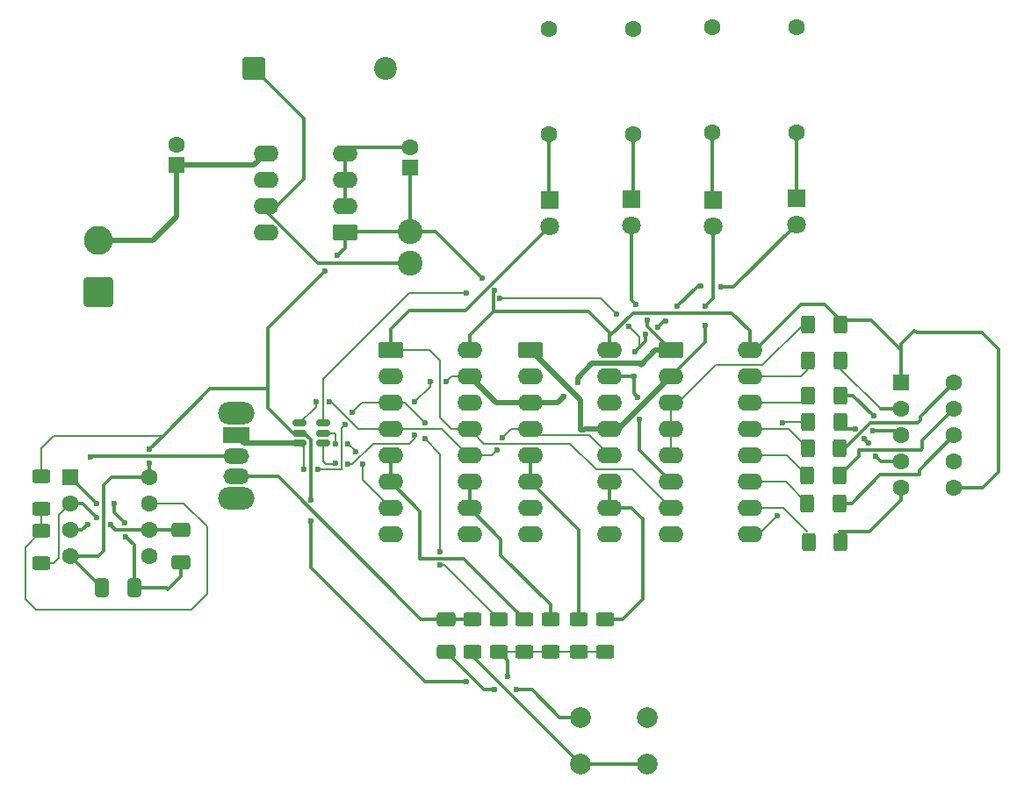
<source format=gbr>
%TF.GenerationSoftware,KiCad,Pcbnew,9.0.3*%
%TF.CreationDate,2025-12-16T11:33:00+01:00*%
%TF.ProjectId,Crnic_PTP_Project1,43726e69-635f-4505-9450-5f50726f6a65,rev?*%
%TF.SameCoordinates,Original*%
%TF.FileFunction,Copper,L1,Top*%
%TF.FilePolarity,Positive*%
%FSLAX46Y46*%
G04 Gerber Fmt 4.6, Leading zero omitted, Abs format (unit mm)*
G04 Created by KiCad (PCBNEW 9.0.3) date 2025-12-16 11:33:00*
%MOMM*%
%LPD*%
G01*
G04 APERTURE LIST*
G04 Aperture macros list*
%AMRoundRect*
0 Rectangle with rounded corners*
0 $1 Rounding radius*
0 $2 $3 $4 $5 $6 $7 $8 $9 X,Y pos of 4 corners*
0 Add a 4 corners polygon primitive as box body*
4,1,4,$2,$3,$4,$5,$6,$7,$8,$9,$2,$3,0*
0 Add four circle primitives for the rounded corners*
1,1,$1+$1,$2,$3*
1,1,$1+$1,$4,$5*
1,1,$1+$1,$6,$7*
1,1,$1+$1,$8,$9*
0 Add four rect primitives between the rounded corners*
20,1,$1+$1,$2,$3,$4,$5,0*
20,1,$1+$1,$4,$5,$6,$7,0*
20,1,$1+$1,$6,$7,$8,$9,0*
20,1,$1+$1,$8,$9,$2,$3,0*%
G04 Aperture macros list end*
%TA.AperFunction,SMDPad,CuDef*%
%ADD10RoundRect,0.250000X-0.625000X0.400000X-0.625000X-0.400000X0.625000X-0.400000X0.625000X0.400000X0*%
%TD*%
%TA.AperFunction,ComponentPad*%
%ADD11R,1.800000X1.800000*%
%TD*%
%TA.AperFunction,ComponentPad*%
%ADD12C,1.800000*%
%TD*%
%TA.AperFunction,SMDPad,CuDef*%
%ADD13RoundRect,0.250000X0.625000X-0.400000X0.625000X0.400000X-0.625000X0.400000X-0.625000X-0.400000X0*%
%TD*%
%TA.AperFunction,ComponentPad*%
%ADD14RoundRect,0.250000X-0.950000X-0.550000X0.950000X-0.550000X0.950000X0.550000X-0.950000X0.550000X0*%
%TD*%
%TA.AperFunction,ComponentPad*%
%ADD15O,2.400000X1.600000*%
%TD*%
%TA.AperFunction,ComponentPad*%
%ADD16RoundRect,0.250000X0.550000X-0.550000X0.550000X0.550000X-0.550000X0.550000X-0.550000X-0.550000X0*%
%TD*%
%TA.AperFunction,ComponentPad*%
%ADD17C,1.600000*%
%TD*%
%TA.AperFunction,SMDPad,CuDef*%
%ADD18RoundRect,0.250000X-0.412500X-0.650000X0.412500X-0.650000X0.412500X0.650000X-0.412500X0.650000X0*%
%TD*%
%TA.AperFunction,SMDPad,CuDef*%
%ADD19RoundRect,0.250000X-0.400000X-0.625000X0.400000X-0.625000X0.400000X0.625000X-0.400000X0.625000X0*%
%TD*%
%TA.AperFunction,ComponentPad*%
%ADD20O,3.500000X2.200000*%
%TD*%
%TA.AperFunction,ComponentPad*%
%ADD21R,2.500000X1.500000*%
%TD*%
%TA.AperFunction,ComponentPad*%
%ADD22O,2.500000X1.500000*%
%TD*%
%TA.AperFunction,ComponentPad*%
%ADD23C,2.400000*%
%TD*%
%TA.AperFunction,SMDPad,CuDef*%
%ADD24RoundRect,0.250000X-0.650000X0.412500X-0.650000X-0.412500X0.650000X-0.412500X0.650000X0.412500X0*%
%TD*%
%TA.AperFunction,ComponentPad*%
%ADD25RoundRect,0.250000X-0.550000X-0.550000X0.550000X-0.550000X0.550000X0.550000X-0.550000X0.550000X0*%
%TD*%
%TA.AperFunction,ComponentPad*%
%ADD26RoundRect,0.250000X0.950000X0.550000X-0.950000X0.550000X-0.950000X-0.550000X0.950000X-0.550000X0*%
%TD*%
%TA.AperFunction,ComponentPad*%
%ADD27C,2.000000*%
%TD*%
%TA.AperFunction,ComponentPad*%
%ADD28RoundRect,0.249999X-0.850001X-0.850001X0.850001X-0.850001X0.850001X0.850001X-0.850001X0.850001X0*%
%TD*%
%TA.AperFunction,ComponentPad*%
%ADD29C,2.200000*%
%TD*%
%TA.AperFunction,ComponentPad*%
%ADD30R,1.600000X1.600000*%
%TD*%
%TA.AperFunction,SMDPad,CuDef*%
%ADD31RoundRect,0.250000X0.650000X-0.412500X0.650000X0.412500X-0.650000X0.412500X-0.650000X-0.412500X0*%
%TD*%
%TA.AperFunction,SMDPad,CuDef*%
%ADD32RoundRect,0.150000X0.512500X0.150000X-0.512500X0.150000X-0.512500X-0.150000X0.512500X-0.150000X0*%
%TD*%
%TA.AperFunction,ComponentPad*%
%ADD33RoundRect,0.250001X1.149999X-1.149999X1.149999X1.149999X-1.149999X1.149999X-1.149999X-1.149999X0*%
%TD*%
%TA.AperFunction,ComponentPad*%
%ADD34C,2.800000*%
%TD*%
%TA.AperFunction,ViaPad*%
%ADD35C,0.600000*%
%TD*%
%TA.AperFunction,Conductor*%
%ADD36C,0.300000*%
%TD*%
%TA.AperFunction,Conductor*%
%ADD37C,0.200000*%
%TD*%
%TA.AperFunction,Conductor*%
%ADD38C,0.500000*%
%TD*%
G04 APERTURE END LIST*
D10*
%TO.P,R19,2*%
%TO.N,Net-(U5-DIS)*%
X104550000Y-105300000D03*
%TO.P,R19,1*%
%TO.N,+5V*%
X104550000Y-102200000D03*
%TD*%
D11*
%TO.P,D3,1,K*%
%TO.N,Net-(D3-K)*%
X169289087Y-75510000D03*
D12*
%TO.P,D3,2,A*%
%TO.N,Q2*%
X169289087Y-78050000D03*
%TD*%
D13*
%TO.P,R9,1*%
%TO.N,+5V*%
X151100000Y-119050000D03*
%TO.P,R9,2*%
%TO.N,Net-(U2A-J)*%
X151100000Y-115950000D03*
%TD*%
D14*
%TO.P,U4,1,B*%
%TO.N,Q1*%
X165205000Y-89985000D03*
D15*
%TO.P,U4,2,C*%
%TO.N,Q2*%
X165205000Y-92525000D03*
%TO.P,U4,3,LT*%
%TO.N,Net-(U4-BI)*%
X165205000Y-95065000D03*
%TO.P,U4,4,BI*%
X165205000Y-97605000D03*
%TO.P,U4,5,RBI*%
X165205000Y-100145000D03*
%TO.P,U4,6,D*%
%TO.N,Q3*%
X165205000Y-102685000D03*
%TO.P,U4,7,A*%
%TO.N,Q0*%
X165205000Y-105225000D03*
%TO.P,U4,8,GND*%
%TO.N,GND*%
X165205000Y-107765000D03*
%TO.P,U4,9,e*%
%TO.N,Net-(U4-e)*%
X172825000Y-107765000D03*
%TO.P,U4,10,d*%
%TO.N,Net-(U4-d)*%
X172825000Y-105225000D03*
%TO.P,U4,11,c*%
%TO.N,Net-(U4-c)*%
X172825000Y-102685000D03*
%TO.P,U4,12,b*%
%TO.N,Net-(U4-b)*%
X172825000Y-100145000D03*
%TO.P,U4,13,a*%
%TO.N,Net-(U4-a)*%
X172825000Y-97605000D03*
%TO.P,U4,14,g*%
%TO.N,Net-(U4-g)*%
X172825000Y-95065000D03*
%TO.P,U4,15,f*%
%TO.N,Net-(U4-f)*%
X172825000Y-92525000D03*
%TO.P,U4,16,VCC*%
%TO.N,+5V*%
X172825000Y-89985000D03*
%TD*%
D16*
%TO.P,C2,1*%
%TO.N,+5V*%
X140125000Y-72375000D03*
D17*
%TO.P,C2,2*%
%TO.N,GND*%
X140125000Y-70375000D03*
%TD*%
D18*
%TO.P,C4,1*%
%TO.N,+5V*%
X110360000Y-112930000D03*
%TO.P,C4,2*%
%TO.N,GND*%
X113485000Y-112930000D03*
%TD*%
D13*
%TO.P,R13,1*%
%TO.N,Net-(R13-Pad1)*%
X146075000Y-119075000D03*
%TO.P,R13,2*%
%TO.N,Net-(SW2-C)*%
X146075000Y-115975000D03*
%TD*%
D17*
%TO.P,R4,1*%
%TO.N,Net-(D5-K)*%
X177325000Y-68955000D03*
%TO.P,R4,2*%
%TO.N,GND*%
X177325000Y-58795000D03*
%TD*%
D19*
%TO.P,R8,1*%
%TO.N,Net-(U4-c)*%
X178379087Y-104779087D03*
%TO.P,R8,2*%
%TO.N,Net-(U7-C)*%
X181479087Y-104779087D03*
%TD*%
D11*
%TO.P,D5,1,K*%
%TO.N,Net-(D5-K)*%
X177339087Y-75300000D03*
D12*
%TO.P,D5,2,A*%
%TO.N,Q3*%
X177339087Y-77840000D03*
%TD*%
D17*
%TO.P,R3,1*%
%TO.N,Net-(D3-K)*%
X169200000Y-68955000D03*
%TO.P,R3,2*%
%TO.N,GND*%
X169200000Y-58795000D03*
%TD*%
D19*
%TO.P,R14,1*%
%TO.N,Net-(U4-d)*%
X178500000Y-108500000D03*
%TO.P,R14,2*%
%TO.N,Net-(U7-D)*%
X181600000Y-108500000D03*
%TD*%
%TO.P,R18,1*%
%TO.N,Net-(U4-g)*%
X178479087Y-94354087D03*
%TO.P,R18,2*%
%TO.N,Net-(U7-G)*%
X181579087Y-94354087D03*
%TD*%
D13*
%TO.P,R10,1*%
%TO.N,+5V*%
X153625000Y-119075000D03*
%TO.P,R10,2*%
%TO.N,Net-(U2B-J)*%
X153625000Y-115975000D03*
%TD*%
D19*
%TO.P,R16,1*%
%TO.N,Net-(U4-e)*%
X178479087Y-96879087D03*
%TO.P,R16,2*%
%TO.N,Net-(U7-E)*%
X181579087Y-96879087D03*
%TD*%
D14*
%TO.P,U2,1,Q*%
%TO.N,Q0*%
X138205000Y-89985000D03*
D15*
%TO.P,U2,2,~{Q}*%
%TO.N,unconnected-(U2A-~{Q}-Pad2)*%
X138205000Y-92525000D03*
%TO.P,U2,3,C*%
%TO.N,Clock*%
X138205000Y-95065000D03*
%TO.P,U2,4,S*%
%TO.N,Reset*%
X138205000Y-97605000D03*
%TO.P,U2,5,J*%
%TO.N,Net-(U2A-J)*%
X138205000Y-100145000D03*
%TO.P,U2,6,K*%
X138205000Y-102685000D03*
%TO.P,U2,7,R*%
%TO.N,GND*%
X138205000Y-105225000D03*
%TO.P,U2,8,VSS*%
X138205000Y-107765000D03*
%TO.P,U2,9,R*%
X145825000Y-107765000D03*
%TO.P,U2,10,K*%
%TO.N,Net-(U2B-J)*%
X145825000Y-105225000D03*
%TO.P,U2,11,J*%
X145825000Y-102685000D03*
%TO.P,U2,12,S*%
%TO.N,Reset*%
X145825000Y-100145000D03*
%TO.P,U2,13,C*%
%TO.N,Q0*%
X145825000Y-97605000D03*
%TO.P,U2,14,~{Q}*%
%TO.N,unconnected-(U2B-~{Q}-Pad14)*%
X145825000Y-95065000D03*
%TO.P,U2,15,Q*%
%TO.N,Q1*%
X145825000Y-92525000D03*
%TO.P,U2,16,VDD*%
%TO.N,+5V*%
X145825000Y-89985000D03*
%TD*%
D10*
%TO.P,R20,1*%
%TO.N,Net-(U5-DIS)*%
X104550000Y-107425000D03*
%TO.P,R20,2*%
%TO.N,Net-(U5-THR)*%
X104550000Y-110525000D03*
%TD*%
D20*
%TO.P,SW2,*%
%TO.N,*%
X123350000Y-96100000D03*
X123350000Y-104300000D03*
D21*
%TO.P,SW2,1,B*%
%TO.N,Clock*%
X123350000Y-98200000D03*
D22*
%TO.P,SW2,2,A*%
%TO.N,555*%
X123350000Y-100200000D03*
%TO.P,SW2,3,C*%
%TO.N,Net-(SW2-C)*%
X123350000Y-102200000D03*
%TD*%
D11*
%TO.P,D1,1,K*%
%TO.N,Net-(D1-K)*%
X153550000Y-75475000D03*
D12*
%TO.P,D1,2,A*%
%TO.N,Q0*%
X153550000Y-78015000D03*
%TD*%
D16*
%TO.P,C1,1*%
%TO.N,VD*%
X117575000Y-72125000D03*
D17*
%TO.P,C1,2*%
%TO.N,GND*%
X117575000Y-70125000D03*
%TD*%
D23*
%TO.P,L1,1,1*%
%TO.N,Net-(D4-K)*%
X140075000Y-81575000D03*
%TO.P,L1,2,2*%
%TO.N,+5V*%
X140075000Y-78575000D03*
%TD*%
D24*
%TO.P,C5,1*%
%TO.N,Net-(U5-THR)*%
X117960000Y-107342500D03*
%TO.P,C5,2*%
%TO.N,GND*%
X117960000Y-110467500D03*
%TD*%
D14*
%TO.P,U3,1,Q*%
%TO.N,Q2*%
X151705000Y-89985000D03*
D15*
%TO.P,U3,2,~{Q}*%
%TO.N,unconnected-(U3A-~{Q}-Pad2)*%
X151705000Y-92525000D03*
%TO.P,U3,3,C*%
%TO.N,Q1*%
X151705000Y-95065000D03*
%TO.P,U3,4,S*%
%TO.N,Reset*%
X151705000Y-97605000D03*
%TO.P,U3,5,J*%
%TO.N,Net-(U3A-J)*%
X151705000Y-100145000D03*
%TO.P,U3,6,K*%
X151705000Y-102685000D03*
%TO.P,U3,7,R*%
%TO.N,GND*%
X151705000Y-105225000D03*
%TO.P,U3,8,VSS*%
X151705000Y-107765000D03*
%TO.P,U3,9,R*%
X159325000Y-107765000D03*
%TO.P,U3,10,K*%
%TO.N,Net-(U3B-J)*%
X159325000Y-105225000D03*
%TO.P,U3,11,J*%
X159325000Y-102685000D03*
%TO.P,U3,12,S*%
%TO.N,Reset*%
X159325000Y-100145000D03*
%TO.P,U3,13,C*%
%TO.N,Q2*%
X159325000Y-97605000D03*
%TO.P,U3,14,~{Q}*%
%TO.N,unconnected-(U3B-~{Q}-Pad14)*%
X159325000Y-95065000D03*
%TO.P,U3,15,Q*%
%TO.N,Q3*%
X159325000Y-92525000D03*
%TO.P,U3,16,VDD*%
%TO.N,+5V*%
X159325000Y-89985000D03*
%TD*%
D25*
%TO.P,U5,1,GND*%
%TO.N,GND*%
X107355000Y-102245000D03*
D17*
%TO.P,U5,2,TR*%
%TO.N,Net-(U5-THR)*%
X107355000Y-104785000D03*
%TO.P,U5,3,Q*%
%TO.N,555*%
X107355000Y-107325000D03*
%TO.P,U5,4,R*%
%TO.N,+5V*%
X107355000Y-109865000D03*
%TO.P,U5,5,CV*%
%TO.N,unconnected-(U5-CV-Pad5)*%
X114975000Y-109865000D03*
%TO.P,U5,6,THR*%
%TO.N,Net-(U5-THR)*%
X114975000Y-107325000D03*
%TO.P,U5,7,DIS*%
%TO.N,Net-(U5-DIS)*%
X114975000Y-104785000D03*
%TO.P,U5,8,VCC*%
%TO.N,+5V*%
X114975000Y-102245000D03*
%TD*%
D26*
%TO.P,U1,1,FB*%
%TO.N,+5V*%
X133785000Y-78610000D03*
D15*
%TO.P,U1,2,SGND*%
%TO.N,GND*%
X133785000Y-76070000D03*
%TO.P,U1,3,~{ON}/OFF*%
X133785000Y-73530000D03*
%TO.P,U1,4,PGND*%
X133785000Y-70990000D03*
%TO.P,U1,5,VIN*%
%TO.N,VD*%
X126165000Y-70990000D03*
%TO.P,U1,6,NC*%
%TO.N,unconnected-(U1-NC-Pad6)*%
X126165000Y-73530000D03*
%TO.P,U1,7,OUT*%
%TO.N,Net-(D4-K)*%
X126165000Y-76070000D03*
%TO.P,U1,8,NC*%
%TO.N,unconnected-(U1-NC-Pad8)*%
X126165000Y-78610000D03*
%TD*%
D27*
%TO.P,SW1,1,1*%
%TO.N,GND*%
X156475000Y-125400000D03*
X162975000Y-125400000D03*
%TO.P,SW1,2,2*%
%TO.N,Net-(R13-Pad1)*%
X156475000Y-129900000D03*
X162975000Y-129900000D03*
%TD*%
D28*
%TO.P,D4,1,K*%
%TO.N,Net-(D4-K)*%
X124975000Y-62800000D03*
D29*
%TO.P,D4,2,A*%
%TO.N,GND*%
X137675000Y-62800000D03*
%TD*%
D13*
%TO.P,R7,1*%
%TO.N,+5V*%
X148600000Y-119075000D03*
%TO.P,R7,2*%
%TO.N,Clock*%
X148600000Y-115975000D03*
%TD*%
%TO.P,R11,1*%
%TO.N,+5V*%
X156325000Y-119050000D03*
%TO.P,R11,2*%
%TO.N,Net-(U3A-J)*%
X156325000Y-115950000D03*
%TD*%
D17*
%TO.P,R2,1*%
%TO.N,Net-(D2-K)*%
X161625000Y-69155000D03*
%TO.P,R2,2*%
%TO.N,GND*%
X161625000Y-58995000D03*
%TD*%
D30*
%TO.P,U7,1,CA*%
%TO.N,+5V*%
X187424087Y-93119087D03*
D17*
%TO.P,U7,2,F*%
%TO.N,Net-(U7-F)*%
X187424087Y-95659087D03*
%TO.P,U7,3,G*%
%TO.N,Net-(U7-G)*%
X187424087Y-98199087D03*
%TO.P,U7,4,E*%
%TO.N,Net-(U7-E)*%
X187424087Y-100739087D03*
%TO.P,U7,5,D*%
%TO.N,Net-(U7-D)*%
X187424087Y-103279087D03*
%TO.P,U7,6,CA*%
%TO.N,+5V*%
X192504087Y-103279087D03*
%TO.P,U7,7,DP*%
%TO.N,unconnected-(U7-DP-Pad7)*%
X192504087Y-100739087D03*
%TO.P,U7,8,C*%
%TO.N,Net-(U7-C)*%
X192504087Y-98199087D03*
%TO.P,U7,9,B*%
%TO.N,Net-(U7-B)*%
X192504087Y-95659087D03*
%TO.P,U7,10,A*%
%TO.N,Net-(U7-A)*%
X192504087Y-93119087D03*
%TD*%
D31*
%TO.P,C3,1*%
%TO.N,GND*%
X143525000Y-119087500D03*
%TO.P,C3,2*%
%TO.N,Net-(SW2-C)*%
X143525000Y-115962500D03*
%TD*%
D32*
%TO.P,U6,1,A*%
%TO.N,Q1*%
X131722500Y-98925000D03*
%TO.P,U6,2,GND*%
%TO.N,GND*%
X131722500Y-97975000D03*
%TO.P,U6,3,B*%
%TO.N,Q3*%
X131722500Y-97025000D03*
%TO.P,U6,4,Y*%
%TO.N,Reset*%
X129447500Y-97025000D03*
%TO.P,U6,5,VCC*%
%TO.N,+5V*%
X129447500Y-97975000D03*
%TO.P,U6,6,C*%
%TO.N,Clock*%
X129447500Y-98925000D03*
%TD*%
D17*
%TO.P,R1,1*%
%TO.N,Net-(D1-K)*%
X153500000Y-69160000D03*
%TO.P,R1,2*%
%TO.N,GND*%
X153500000Y-59000000D03*
%TD*%
D13*
%TO.P,R12,1*%
%TO.N,+5V*%
X158850000Y-119100000D03*
%TO.P,R12,2*%
%TO.N,Net-(U3B-J)*%
X158850000Y-116000000D03*
%TD*%
D33*
%TO.P,J1,1,Pin_1*%
%TO.N,GND*%
X110067500Y-84400000D03*
D34*
%TO.P,J1,2,Pin_2*%
%TO.N,VD*%
X110067500Y-79400000D03*
%TD*%
D19*
%TO.P,R6,1*%
%TO.N,Net-(U4-b)*%
X178379087Y-102079087D03*
%TO.P,R6,2*%
%TO.N,Net-(U7-B)*%
X181479087Y-102079087D03*
%TD*%
D11*
%TO.P,D2,1,K*%
%TO.N,Net-(D2-K)*%
X161439087Y-75385000D03*
D12*
%TO.P,D2,2,A*%
%TO.N,Q1*%
X161439087Y-77925000D03*
%TD*%
D19*
%TO.P,R17,1*%
%TO.N,Net-(U4-f)*%
X178479087Y-91000000D03*
%TO.P,R17,2*%
%TO.N,Net-(U7-F)*%
X181579087Y-91000000D03*
%TD*%
%TO.P,R15,1*%
%TO.N,Net-(U4-BI)*%
X178454087Y-87500000D03*
%TO.P,R15,2*%
%TO.N,+5V*%
X181554087Y-87500000D03*
%TD*%
%TO.P,R5,1*%
%TO.N,Net-(U4-a)*%
X178429087Y-99454087D03*
%TO.P,R5,2*%
%TO.N,Net-(U7-A)*%
X181529087Y-99454087D03*
%TD*%
D35*
%TO.N,GND*%
X132900000Y-99000000D03*
X134100000Y-99000000D03*
X134825735Y-99825735D03*
X135500000Y-101000000D03*
%TO.N,Q1*%
X143600000Y-93000000D03*
X140500000Y-95000000D03*
X142000000Y-93000000D03*
X140500000Y-98205000D03*
X134100000Y-101000000D03*
X132900000Y-100900000D03*
%TO.N,Clock*%
X131184620Y-101500000D03*
X134500000Y-96000000D03*
X129884620Y-101500000D03*
X133825735Y-97174265D03*
%TO.N,+5V*%
X149500000Y-121500000D03*
X130500000Y-106500000D03*
X145500000Y-122000000D03*
X130534620Y-104465380D03*
%TO.N,Reset*%
X132322500Y-95000000D03*
X131000000Y-95000000D03*
%TO.N,Q3*%
X161184620Y-87684620D03*
X160000000Y-86500000D03*
X148750000Y-85000000D03*
X145500000Y-84500000D03*
%TO.N,Clock*%
X143000000Y-110750000D03*
X143000000Y-109450000D03*
X141500000Y-98500000D03*
X141500000Y-97000000D03*
%TO.N,Reset*%
X149000000Y-98400000D03*
X148500000Y-99600000D03*
%TO.N,Q3*%
X162145331Y-96645331D03*
X162000000Y-94500000D03*
%TO.N,Net-(U4-e)*%
X176000000Y-97000000D03*
X175500000Y-106000000D03*
%TO.N,+5V*%
X148242120Y-84242120D03*
X147000000Y-83000000D03*
%TO.N,Q1*%
X161875000Y-85550000D03*
X156225000Y-93125000D03*
X162925000Y-87050000D03*
X154875000Y-94475000D03*
%TO.N,Q2*%
X168525000Y-87575000D03*
X168525000Y-85725000D03*
%TO.N,Q3*%
X165850000Y-85725000D03*
X168150000Y-83750000D03*
X161725000Y-90125000D03*
X161650000Y-92525000D03*
X162737880Y-88437120D03*
X170025000Y-83900000D03*
X163975000Y-87800000D03*
X164725000Y-87200000D03*
%TO.N,GND*%
X111550000Y-104750000D03*
X112675000Y-107975000D03*
X148225000Y-122725000D03*
X109900000Y-104750000D03*
X112600000Y-106675000D03*
X150325000Y-122725000D03*
%TO.N,+5V*%
X114975000Y-99550000D03*
X114975000Y-100850000D03*
X131875000Y-82375000D03*
X133075000Y-80825000D03*
%TO.N,Net-(U5-THR)*%
X109900000Y-106150000D03*
X111200000Y-106850000D03*
%TO.N,555*%
X108975000Y-106800000D03*
X109250000Y-100325000D03*
%TO.N,Net-(U7-G)*%
X184751605Y-96350000D03*
X184725000Y-97725000D03*
%TO.N,Net-(U7-E)*%
X184300000Y-98938087D03*
X183834620Y-98534620D03*
X182977880Y-97552880D03*
X184975000Y-100238087D03*
%TD*%
D36*
%TO.N,+5V*%
X177800000Y-85550000D02*
X173365000Y-89985000D01*
X180050000Y-85550000D02*
X177800000Y-85550000D01*
X184514087Y-87054087D02*
X181554087Y-87054087D01*
X181554087Y-87054087D02*
X180050000Y-85550000D01*
X173365000Y-89985000D02*
X172825000Y-89985000D01*
X187424087Y-89964087D02*
X184514087Y-87054087D01*
X187424087Y-93119087D02*
X187424087Y-89964087D01*
D37*
%TO.N,Net-(U7-F)*%
X181579087Y-91804087D02*
X185434087Y-95659087D01*
X181579087Y-91000000D02*
X181579087Y-91804087D01*
%TO.N,Net-(U4-BI)*%
X169576000Y-91424000D02*
X165935000Y-95065000D01*
X165935000Y-95065000D02*
X165205000Y-95065000D01*
X174076000Y-91424000D02*
X169576000Y-91424000D01*
X178000000Y-87500000D02*
X174076000Y-91424000D01*
X178454087Y-87500000D02*
X178000000Y-87500000D01*
X165205000Y-95065000D02*
X165205000Y-97605000D01*
X165205000Y-100145000D02*
X165205000Y-97605000D01*
%TO.N,+5V*%
X105737500Y-98262500D02*
X116262500Y-98262500D01*
X104550000Y-99450000D02*
X105737500Y-98262500D01*
X104550000Y-102200000D02*
X104550000Y-99450000D01*
D36*
X114975000Y-99550000D02*
X116262500Y-98262500D01*
D37*
%TO.N,Net-(U5-DIS)*%
X103000000Y-108975000D02*
X104550000Y-107425000D01*
X103000000Y-114000000D02*
X103000000Y-108975000D01*
X104000000Y-115000000D02*
X103000000Y-114000000D01*
X119000000Y-115000000D02*
X104000000Y-115000000D01*
X120500000Y-113500000D02*
X119000000Y-115000000D01*
X118285000Y-104785000D02*
X120500000Y-107000000D01*
X114975000Y-104785000D02*
X118285000Y-104785000D01*
X120500000Y-107000000D02*
X120500000Y-113500000D01*
X104550000Y-107425000D02*
X104550000Y-105300000D01*
%TO.N,Net-(U5-THR)*%
X106254000Y-105886000D02*
X107355000Y-104785000D01*
X105729000Y-110525000D02*
X106254000Y-110000000D01*
X106254000Y-110000000D02*
X106254000Y-105886000D01*
X104550000Y-110525000D02*
X105729000Y-110525000D01*
D36*
X107355000Y-104785000D02*
X107215000Y-104785000D01*
D37*
%TO.N,GND*%
X132900000Y-98100000D02*
X132775000Y-97975000D01*
X132900000Y-99000000D02*
X132900000Y-98100000D01*
X134825735Y-99725735D02*
X134100000Y-99000000D01*
X134825735Y-99825735D02*
X134825735Y-99725735D01*
X132775000Y-97975000D02*
X131722500Y-97975000D01*
X135500000Y-102520000D02*
X135500000Y-101000000D01*
X138205000Y-105225000D02*
X135500000Y-102520000D01*
%TO.N,+5V*%
X148625000Y-119050000D02*
X148600000Y-119075000D01*
X151100000Y-119050000D02*
X148625000Y-119050000D01*
X153600000Y-119050000D02*
X153625000Y-119075000D01*
X151100000Y-119050000D02*
X153600000Y-119050000D01*
X156300000Y-119075000D02*
X156325000Y-119050000D01*
X153625000Y-119075000D02*
X156300000Y-119075000D01*
X156375000Y-119100000D02*
X156325000Y-119050000D01*
X158850000Y-119100000D02*
X156375000Y-119100000D01*
%TO.N,Q1*%
X144075000Y-92525000D02*
X145825000Y-92525000D01*
X143600000Y-93000000D02*
X144075000Y-92525000D01*
X142000000Y-93500000D02*
X142000000Y-93000000D01*
X140500000Y-95000000D02*
X142000000Y-93500000D01*
X140500000Y-98500000D02*
X140500000Y-98205000D01*
X140000000Y-99000000D02*
X140500000Y-98500000D01*
X134500000Y-101000000D02*
X136500000Y-99000000D01*
X134100000Y-101000000D02*
X134500000Y-101000000D01*
X136500000Y-99000000D02*
X140000000Y-99000000D01*
X132800000Y-101000000D02*
X132900000Y-100900000D01*
X132000000Y-101000000D02*
X132800000Y-101000000D01*
X131722500Y-100722500D02*
X132000000Y-101000000D01*
X131722500Y-98925000D02*
X131722500Y-100722500D01*
%TO.N,Clock*%
X129884620Y-99362120D02*
X129447500Y-98925000D01*
X129884620Y-101500000D02*
X129884620Y-99362120D01*
X133500000Y-101500000D02*
X131184620Y-101500000D01*
X133500000Y-97500000D02*
X133500000Y-101500000D01*
X133825735Y-97174265D02*
X133500000Y-97500000D01*
X135435000Y-95065000D02*
X134500000Y-96000000D01*
X138205000Y-95065000D02*
X135435000Y-95065000D01*
D36*
%TO.N,+5V*%
X149500000Y-119975000D02*
X148600000Y-119075000D01*
X141500000Y-122000000D02*
X145500000Y-122000000D01*
X130500000Y-111000000D02*
X141500000Y-122000000D01*
X130500000Y-106500000D02*
X130500000Y-111000000D01*
X149500000Y-121500000D02*
X149500000Y-119975000D01*
X130534620Y-98636942D02*
X130534620Y-104465380D01*
X129872678Y-97975000D02*
X130534620Y-98636942D01*
X129447500Y-97975000D02*
X129872678Y-97975000D01*
D37*
%TO.N,Reset*%
X135105000Y-97605000D02*
X138205000Y-97605000D01*
X132500000Y-95000000D02*
X135105000Y-97605000D01*
X132322500Y-95000000D02*
X132500000Y-95000000D01*
X131000000Y-95472500D02*
X131000000Y-95000000D01*
X129447500Y-97025000D02*
X131000000Y-95472500D01*
%TO.N,Q3*%
X161184620Y-87684620D02*
X162175000Y-88675000D01*
D36*
X162175000Y-89675000D02*
X161725000Y-90125000D01*
D37*
X158500000Y-85000000D02*
X160000000Y-86500000D01*
X148750000Y-85000000D02*
X158500000Y-85000000D01*
X162175000Y-88675000D02*
X162175000Y-89675000D01*
X140000000Y-84500000D02*
X145500000Y-84500000D01*
X139500000Y-85000000D02*
X140000000Y-84500000D01*
X131722500Y-92777500D02*
X139500000Y-85000000D01*
X131722500Y-97025000D02*
X131722500Y-92777500D01*
%TO.N,Clock*%
X143375000Y-110750000D02*
X148600000Y-115975000D01*
X143000000Y-110750000D02*
X143375000Y-110750000D01*
X141500000Y-98500000D02*
X143000000Y-100000000D01*
X139565000Y-95065000D02*
X141500000Y-97000000D01*
X143000000Y-100000000D02*
X143000000Y-109450000D01*
X138205000Y-95065000D02*
X139565000Y-95065000D01*
%TO.N,Q0*%
X141985000Y-89985000D02*
X138205000Y-89985000D01*
X144105000Y-97605000D02*
X143000000Y-96500000D01*
X143000000Y-91000000D02*
X141985000Y-89985000D01*
X143000000Y-96500000D02*
X143000000Y-91000000D01*
X145825000Y-97605000D02*
X144105000Y-97605000D01*
%TO.N,Reset*%
X143105000Y-97605000D02*
X138205000Y-97605000D01*
X145645000Y-100145000D02*
X143105000Y-97605000D01*
X145825000Y-100145000D02*
X145645000Y-100145000D01*
X149795000Y-97605000D02*
X151705000Y-97605000D01*
X149000000Y-98400000D02*
X149795000Y-97605000D01*
X147955000Y-100145000D02*
X148500000Y-99600000D01*
X145825000Y-100145000D02*
X147955000Y-100145000D01*
X157381000Y-98201000D02*
X159325000Y-100145000D01*
X152301000Y-98201000D02*
X157381000Y-98201000D01*
X151705000Y-97605000D02*
X152301000Y-98201000D01*
%TO.N,Q0*%
X147220000Y-99000000D02*
X145825000Y-97605000D01*
X165205000Y-105205000D02*
X161500000Y-101500000D01*
X158000000Y-101500000D02*
X155500000Y-99000000D01*
X161500000Y-101500000D02*
X158000000Y-101500000D01*
X165205000Y-105225000D02*
X165205000Y-105205000D01*
X155500000Y-99000000D02*
X147220000Y-99000000D01*
D36*
%TO.N,Q3*%
X162145331Y-99625331D02*
X165205000Y-102685000D01*
X162145331Y-96645331D02*
X162145331Y-99625331D01*
X161650000Y-94150000D02*
X162000000Y-94500000D01*
X161650000Y-92525000D02*
X161650000Y-94150000D01*
D38*
%TO.N,Q2*%
X160125000Y-97605000D02*
X165205000Y-92525000D01*
X159325000Y-97605000D02*
X160125000Y-97605000D01*
D37*
%TO.N,Net-(U4-f)*%
X172825000Y-92525000D02*
X177758174Y-92525000D01*
X177758174Y-92525000D02*
X178479087Y-91804087D01*
%TO.N,Net-(U4-e)*%
X176120913Y-96879087D02*
X178479087Y-96879087D01*
X176000000Y-97000000D02*
X176120913Y-96879087D01*
X173735000Y-107765000D02*
X175500000Y-106000000D01*
X172825000Y-107765000D02*
X173735000Y-107765000D01*
%TO.N,Net-(U4-d)*%
X176075000Y-105225000D02*
X178379087Y-107529087D01*
X172825000Y-105225000D02*
X176075000Y-105225000D01*
%TO.N,Net-(U4-c)*%
X176285000Y-102685000D02*
X178379087Y-104779087D01*
X172825000Y-102685000D02*
X176285000Y-102685000D01*
%TO.N,Net-(U4-b)*%
X176445000Y-100145000D02*
X178379087Y-102079087D01*
X172825000Y-100145000D02*
X176445000Y-100145000D01*
%TO.N,Net-(U4-a)*%
X172825000Y-97605000D02*
X176580000Y-97605000D01*
X176580000Y-97605000D02*
X178429087Y-99454087D01*
%TO.N,Net-(U4-g)*%
X177768174Y-95065000D02*
X178479087Y-94354087D01*
X172825000Y-95065000D02*
X177768174Y-95065000D01*
D36*
%TO.N,+5V*%
X148100000Y-84384240D02*
X148100000Y-86225000D01*
X148242120Y-84242120D02*
X148100000Y-84384240D01*
X142575000Y-78575000D02*
X147000000Y-83000000D01*
X140075000Y-78575000D02*
X142575000Y-78575000D01*
%TO.N,Q1*%
X161439087Y-85114087D02*
X161875000Y-85550000D01*
D38*
X156225000Y-92675000D02*
X157625000Y-91275000D01*
D36*
X162925000Y-87705000D02*
X165205000Y-89985000D01*
D38*
X151705000Y-95065000D02*
X154285000Y-95065000D01*
D36*
X162925000Y-87050000D02*
X162925000Y-87705000D01*
D38*
X156225000Y-93125000D02*
X156225000Y-92675000D01*
X162250000Y-91275000D02*
X162350000Y-91375000D01*
X162350000Y-91375000D02*
X163740000Y-89985000D01*
X149850000Y-95050000D02*
X149865000Y-95065000D01*
X149865000Y-95065000D02*
X151705000Y-95065000D01*
D36*
X161439087Y-77925000D02*
X161439087Y-85114087D01*
D38*
X163740000Y-89985000D02*
X165205000Y-89985000D01*
X154285000Y-95065000D02*
X154875000Y-94475000D01*
X145825000Y-92525000D02*
X148350000Y-95050000D01*
X148350000Y-95050000D02*
X149850000Y-95050000D01*
X157625000Y-91275000D02*
X162250000Y-91275000D01*
%TO.N,Q2*%
X156550000Y-97650000D02*
X156850000Y-97650000D01*
D36*
X168525000Y-87575000D02*
X168525000Y-89205000D01*
X169289087Y-78050000D02*
X169289087Y-84960913D01*
D38*
X156895000Y-97605000D02*
X159325000Y-97605000D01*
D36*
X168525000Y-89205000D02*
X165205000Y-92525000D01*
D38*
X151705000Y-89985000D02*
X156550000Y-94830000D01*
X156850000Y-97650000D02*
X156895000Y-97605000D01*
X156550000Y-94830000D02*
X156550000Y-97650000D01*
D36*
X169289087Y-84960913D02*
X168525000Y-85725000D01*
%TO.N,Q3*%
X162737880Y-89112120D02*
X162175000Y-89675000D01*
X164575000Y-87200000D02*
X163975000Y-87800000D01*
X167825000Y-83750000D02*
X165850000Y-85725000D01*
X162737880Y-88437120D02*
X162737880Y-89112120D01*
X168150000Y-83750000D02*
X167825000Y-83750000D01*
X161650000Y-92525000D02*
X159325000Y-92525000D01*
X171279087Y-83900000D02*
X170025000Y-83900000D01*
X164725000Y-87200000D02*
X164575000Y-87200000D01*
X177339087Y-77840000D02*
X171279087Y-83900000D01*
%TO.N,Q0*%
X145415000Y-86150000D02*
X140025000Y-86150000D01*
X140025000Y-86150000D02*
X138205000Y-87970000D01*
X153550000Y-78015000D02*
X145415000Y-86150000D01*
X138205000Y-87970000D02*
X138205000Y-89985000D01*
%TO.N,GND*%
X116630000Y-112930000D02*
X113485000Y-112930000D01*
X117960000Y-111840000D02*
X116750000Y-113050000D01*
X156475000Y-125400000D02*
X154500000Y-125400000D01*
X134400000Y-70375000D02*
X133785000Y-70990000D01*
X117960000Y-110467500D02*
X117960000Y-111840000D01*
X116750000Y-113050000D02*
X116630000Y-112930000D01*
X147162500Y-122725000D02*
X143525000Y-119087500D01*
X140125000Y-70375000D02*
X134400000Y-70375000D01*
X151825000Y-122725000D02*
X150325000Y-122725000D01*
X107355000Y-102245000D02*
X109860000Y-104750000D01*
X148225000Y-122725000D02*
X147162500Y-122725000D01*
X133785000Y-73530000D02*
X133785000Y-70990000D01*
X112675000Y-107975000D02*
X113485000Y-108785000D01*
X111550000Y-104750000D02*
X111550000Y-105625000D01*
X113485000Y-108785000D02*
X113485000Y-112930000D01*
X133785000Y-76070000D02*
X133785000Y-73530000D01*
X111550000Y-105625000D02*
X112600000Y-106675000D01*
X153505000Y-58995000D02*
X153500000Y-59000000D01*
X109860000Y-104750000D02*
X109900000Y-104750000D01*
X161825000Y-58795000D02*
X161625000Y-58995000D01*
X154500000Y-125400000D02*
X151825000Y-122725000D01*
%TO.N,+5V*%
X171075000Y-86375000D02*
X172825000Y-88125000D01*
X128785001Y-97975000D02*
X129447500Y-97975000D01*
X140125000Y-78525000D02*
X140075000Y-78575000D01*
X196800000Y-89875000D02*
X195225000Y-88300000D01*
X110575000Y-109350000D02*
X110550000Y-109325000D01*
X107245000Y-109975000D02*
X107355000Y-109865000D01*
X126375000Y-87875000D02*
X126375000Y-93725000D01*
X195225000Y-88300000D02*
X188950000Y-88300000D01*
X110360000Y-112930000D02*
X110360000Y-112870000D01*
X161575000Y-86375000D02*
X171075000Y-86375000D01*
X187424087Y-89375913D02*
X187424087Y-93119087D01*
X196800000Y-101775000D02*
X196800000Y-89875000D01*
X126375000Y-95564999D02*
X128785001Y-97975000D01*
X159325000Y-88250000D02*
X159325000Y-89985000D01*
X188950000Y-88300000D02*
X188725000Y-88075000D01*
X111280000Y-102245000D02*
X114975000Y-102245000D01*
X140125000Y-72375000D02*
X140125000Y-78525000D01*
X133785000Y-80115000D02*
X133075000Y-80825000D01*
X120800000Y-93725000D02*
X126375000Y-93725000D01*
X145825000Y-89985000D02*
X145825000Y-88500000D01*
X131875000Y-82375000D02*
X126375000Y-87875000D01*
X145825000Y-88500000D02*
X148100000Y-86225000D01*
X133820000Y-78575000D02*
X133785000Y-78610000D01*
X195295913Y-103279087D02*
X196800000Y-101775000D01*
X110550000Y-102975000D02*
X111280000Y-102245000D01*
X148100000Y-86225000D02*
X157300000Y-86225000D01*
X133785000Y-78610000D02*
X133785000Y-80115000D01*
X110550000Y-109325000D02*
X110550000Y-102975000D01*
X140075000Y-78575000D02*
X133820000Y-78575000D01*
X107355000Y-109865000D02*
X110060000Y-109865000D01*
X172825000Y-88125000D02*
X172825000Y-89985000D01*
X159325000Y-89985000D02*
X159325000Y-88625000D01*
X126375000Y-93725000D02*
X126375000Y-95564999D01*
X188725000Y-88075000D02*
X187424087Y-89375913D01*
X159325000Y-88625000D02*
X161575000Y-86375000D01*
X110360000Y-112870000D02*
X107355000Y-109865000D01*
X192504087Y-103279087D02*
X195295913Y-103279087D01*
X116262500Y-98262500D02*
X120800000Y-93725000D01*
X114975000Y-102245000D02*
X114975000Y-100850000D01*
X110060000Y-109865000D02*
X110575000Y-109350000D01*
X157300000Y-86225000D02*
X159325000Y-88250000D01*
%TO.N,Net-(U5-THR)*%
X109900000Y-106150000D02*
X108535000Y-104785000D01*
X114975000Y-107325000D02*
X111675000Y-107325000D01*
X111675000Y-107325000D02*
X111200000Y-106850000D01*
X114992500Y-107342500D02*
X114975000Y-107325000D01*
X108535000Y-104785000D02*
X107355000Y-104785000D01*
X117960000Y-107342500D02*
X114992500Y-107342500D01*
%TO.N,Net-(U7-F)*%
X185434087Y-95659087D02*
X187424087Y-95659087D01*
D38*
%TO.N,VD*%
X117575000Y-72125000D02*
X125030000Y-72125000D01*
X110067500Y-79400000D02*
X110075000Y-79400000D01*
X115250000Y-79425000D02*
X117575000Y-77100000D01*
X117575000Y-77100000D02*
X117575000Y-72125000D01*
X110100000Y-79425000D02*
X115250000Y-79425000D01*
X125030000Y-72125000D02*
X126165000Y-70990000D01*
X110075000Y-79400000D02*
X110100000Y-79425000D01*
D36*
%TO.N,Net-(D4-K)*%
X129825000Y-73425000D02*
X127180000Y-76070000D01*
X127180000Y-76070000D02*
X126165000Y-76070000D01*
X129825000Y-67650000D02*
X129825000Y-73425000D01*
X126165000Y-76582240D02*
X126165000Y-76070000D01*
X131157760Y-81575000D02*
X126165000Y-76582240D01*
X124975000Y-62800000D02*
X129825000Y-67650000D01*
X140075000Y-81575000D02*
X131157760Y-81575000D01*
%TO.N,Net-(D3-K)*%
X169200000Y-75420913D02*
X169289087Y-75510000D01*
X169200000Y-68955000D02*
X169200000Y-75420913D01*
%TO.N,Net-(D2-K)*%
X161625000Y-75199087D02*
X161439087Y-75385000D01*
X161625000Y-69155000D02*
X161625000Y-75199087D01*
%TO.N,Net-(U7-B)*%
X189475000Y-98688174D02*
X192504087Y-95659087D01*
X189313087Y-99588087D02*
X189325000Y-99600000D01*
X183325000Y-100233174D02*
X183325000Y-99600000D01*
X189325000Y-99600000D02*
X189475000Y-99450000D01*
X183336913Y-99588087D02*
X189313087Y-99588087D01*
X189475000Y-99450000D02*
X189475000Y-98688174D01*
X183325000Y-99600000D02*
X183336913Y-99588087D01*
X181479087Y-102079087D02*
X183325000Y-100233174D01*
%TO.N,Net-(D5-K)*%
X177325000Y-75285913D02*
X177339087Y-75300000D01*
X177325000Y-68955000D02*
X177325000Y-75285913D01*
%TO.N,Net-(U2A-J)*%
X138205000Y-102685000D02*
X138205000Y-100145000D01*
X151100000Y-115950000D02*
X145250000Y-110100000D01*
X141050000Y-105530000D02*
X138205000Y-102685000D01*
X145250000Y-110100000D02*
X141050000Y-110100000D01*
X141050000Y-110100000D02*
X141050000Y-105530000D01*
%TO.N,Net-(U7-D)*%
X187424087Y-104475913D02*
X184370913Y-107529087D01*
X187424087Y-103279087D02*
X187424087Y-104475913D01*
X184370913Y-107529087D02*
X181479087Y-107529087D01*
%TO.N,555*%
X109375000Y-100200000D02*
X123350000Y-100200000D01*
X109250000Y-100325000D02*
X109375000Y-100200000D01*
X107355000Y-107325000D02*
X108450000Y-107325000D01*
X108450000Y-107325000D02*
X108975000Y-106800000D01*
%TO.N,Net-(D1-K)*%
X153500000Y-69160000D02*
X153500000Y-75425000D01*
X153500000Y-75425000D02*
X153550000Y-75475000D01*
%TO.N,Net-(SW2-C)*%
X127350000Y-102200000D02*
X123350000Y-102200000D01*
X143525000Y-115962500D02*
X141112500Y-115962500D01*
X141112500Y-115962500D02*
X127350000Y-102200000D01*
X143525000Y-115962500D02*
X146062500Y-115962500D01*
X146062500Y-115962500D02*
X146075000Y-115975000D01*
%TO.N,Net-(U7-G)*%
X181579087Y-94354087D02*
X182755692Y-94354087D01*
X184725000Y-97725000D02*
X186950000Y-97725000D01*
X186950000Y-97725000D02*
X187424087Y-98199087D01*
X182755692Y-94354087D02*
X184751605Y-96350000D01*
%TO.N,Net-(U7-A)*%
X189250000Y-96775000D02*
X189250000Y-96373174D01*
X184450000Y-97000000D02*
X189025000Y-97000000D01*
X181529087Y-99454087D02*
X181995913Y-99454087D01*
X189025000Y-97000000D02*
X189250000Y-96775000D01*
X181995913Y-99454087D02*
X184450000Y-97000000D01*
X189250000Y-96373174D02*
X192504087Y-93119087D01*
%TO.N,Net-(R13-Pad1)*%
X146075000Y-119500000D02*
X146075000Y-119075000D01*
X156475000Y-129900000D02*
X146075000Y-119500000D01*
X156475000Y-129900000D02*
X162975000Y-129900000D01*
%TO.N,Net-(U7-E)*%
X182252880Y-97552880D02*
X181579087Y-96879087D01*
X184300000Y-98938087D02*
X184238087Y-98938087D01*
X182977880Y-97552880D02*
X182252880Y-97552880D01*
X187424087Y-100739087D02*
X185476000Y-100739087D01*
X185476000Y-100739087D02*
X184975000Y-100238087D01*
X184238087Y-98938087D02*
X183834620Y-98534620D01*
%TO.N,Net-(U7-C)*%
X185425000Y-102000000D02*
X189175000Y-102000000D01*
X182645913Y-104779087D02*
X185425000Y-102000000D01*
X189175000Y-102000000D02*
X189175000Y-101528174D01*
X189175000Y-101528174D02*
X192504087Y-98199087D01*
X181479087Y-104779087D02*
X182645913Y-104779087D01*
%TO.N,Net-(U3A-J)*%
X156325000Y-107305000D02*
X151705000Y-102685000D01*
X156325000Y-115950000D02*
X156325000Y-107305000D01*
X151705000Y-102685000D02*
X151705000Y-100145000D01*
%TO.N,Net-(U2B-J)*%
X148825000Y-108225000D02*
X145825000Y-105225000D01*
X148825000Y-109750000D02*
X148825000Y-108225000D01*
X153625000Y-115975000D02*
X153625000Y-114550000D01*
X145825000Y-105225000D02*
X145825000Y-102685000D01*
X153625000Y-114550000D02*
X148825000Y-109750000D01*
D38*
%TO.N,Clock*%
X124075000Y-98925000D02*
X129447500Y-98925000D01*
X123350000Y-98200000D02*
X124075000Y-98925000D01*
D36*
%TO.N,Net-(U3B-J)*%
X158850000Y-116000000D02*
X160550000Y-116000000D01*
X159325000Y-105225000D02*
X159325000Y-102685000D01*
X160550000Y-116000000D02*
X162500000Y-114050000D01*
X162450000Y-106225000D02*
X161450000Y-105225000D01*
X162500000Y-106225000D02*
X162450000Y-106225000D01*
X161450000Y-105225000D02*
X159325000Y-105225000D01*
X162500000Y-114050000D02*
X162500000Y-106225000D01*
%TD*%
M02*

</source>
